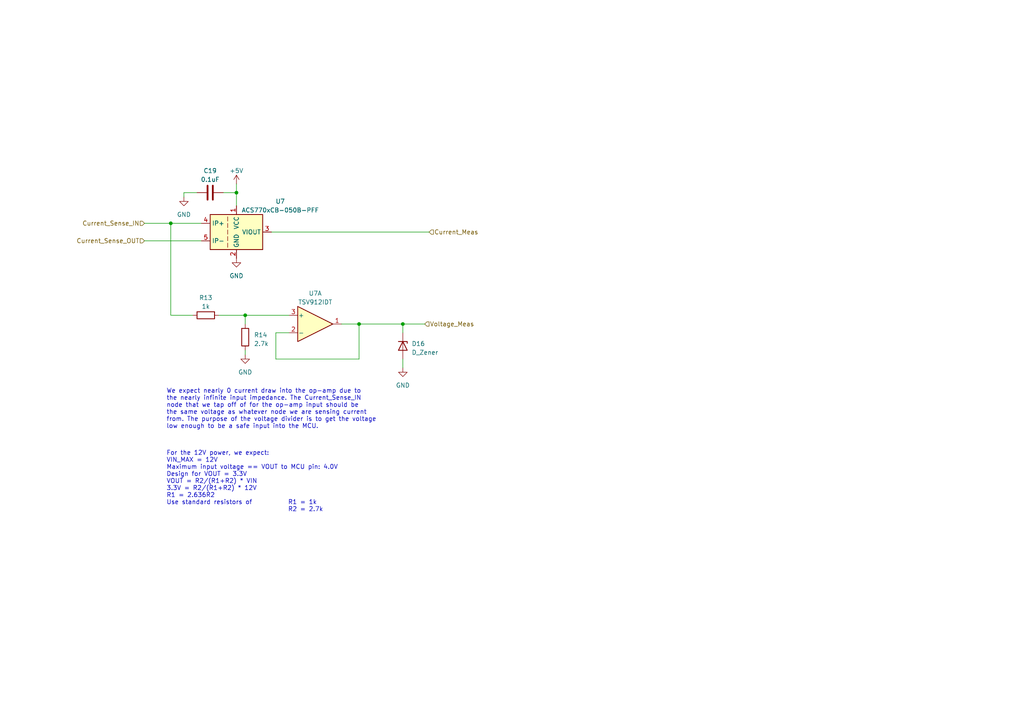
<source format=kicad_sch>
(kicad_sch (version 20230121) (generator eeschema)
  (paper "A4")
  (lib_symbols
    (symbol "Amplifier_Operational:TSV912IDT" (pin_names (offset 0.127))
      (property "Reference" "U" (at 0 5.08 0))
      (property "Value" "TSV912IDT" (at 0 -5.08 0))
      (symbol "TSV912IDT_1_1"
        (polyline (pts (xy -5.08 5.08) (xy 5.08 0) (xy -5.08 -5.08) (xy -5.08 5.08)) (stroke (width 0.254)) (fill (type background)))
        (pin output line (at 7.62 0 180) (length 2.54) (name "~") (number "1"))
        (pin input line (at -7.62 -2.54 0) (length 2.54) (name "-") (number "2"))
        (pin input line (at -7.62 2.54 0) (length 2.54) (name "+") (number "3"))
      )
      (symbol "TSV912IDT_2_1"
        (polyline (pts (xy -5.08 5.08) (xy 5.08 0) (xy -5.08 -5.08) (xy -5.08 5.08)) (stroke (width 0.254)) (fill (type background)))
        (pin input line (at -7.62 2.54 0) (length 2.54) (name "+") (number "5"))
        (pin input line (at -7.62 -2.54 0) (length 2.54) (name "-") (number "6"))
        (pin output line (at 7.62 0 180) (length 2.54) (name "~") (number "7"))
      )
      (symbol "TSV912IDT_3_1"
        (pin power_in line (at -2.54 -7.62 90) (length 3.81) (name "V-") (number "4"))
        (pin power_in line (at -2.54 7.62 270) (length 3.81) (name "V+") (number "8"))
      )
    )
    (symbol "Device:C" (pin_numbers hide) (pin_names (offset 0.254))
      (property "Reference" "C" (at 0.635 2.54 0))
      (property "Value" "C" (at 0.635 -2.54 0))
      (symbol "C_0_1"
        (polyline (pts (xy -2.032 -0.762) (xy 2.032 -0.762)) (stroke (width 0.508)))
        (polyline (pts (xy -2.032 0.762) (xy 2.032 0.762)) (stroke (width 0.508)))
      )
      (symbol "C_1_1"
        (pin passive line (at 0 3.81 270) (length 2.794) (name "~") (number "1"))
        (pin passive line (at 0 -3.81 90) (length 2.794) (name "~") (number "2"))
      )
    )
    (symbol "Device:D_Zener" (pin_numbers hide) (pin_names (offset 1.016) hide)
      (property "Reference" "D" (at 0 2.54 0))
      (property "Value" "D_Zener" (at 0 -2.54 0))
      (symbol "D_Zener_0_1"
        (polyline (pts (xy 1.27 0) (xy -1.27 0)))
        (polyline (pts (xy -1.27 -1.27) (xy -1.27 1.27) (xy -0.762 1.27)) (stroke (width 0.254)))
        (polyline (pts (xy 1.27 -1.27) (xy 1.27 1.27) (xy -1.27 0) (xy 1.27 -1.27)) (stroke (width 0.254)))
      )
      (symbol "D_Zener_1_1"
        (pin passive line (at -3.81 0 0) (length 2.54) (name "K") (number "1"))
        (pin passive line (at 3.81 0 180) (length 2.54) (name "A") (number "2"))
      )
    )
    (symbol "Device:R" (pin_numbers hide) (pin_names (offset 0))
      (property "Reference" "R" (at 2.032 0 90))
      (property "Value" "R" (at 0 0 90))
      (symbol "R_0_1"
        (rectangle (start -1.016 -2.54) (end 1.016 2.54) (stroke (width 0.254)))
      )
      (symbol "R_1_1"
        (pin passive line (at 0 3.81 270) (length 1.27) (name "~") (number "1"))
        (pin passive line (at 0 -3.81 90) (length 1.27) (name "~") (number "2"))
      )
    )
    (symbol "Sensor_Current:ACS770xCB-050B-PFF"
      (property "Reference" "U" (at -7.62 6.35 0))
      (property "Value" "ACS770xCB-050B-PFF" (at 2.54 6.35 0))
      (symbol "ACS770xCB-050B-PFF_0_1"
        (rectangle (start -7.62 5.08) (end 7.62 -5.08) (stroke (width 0.254)) (fill (type background)))
        (polyline (pts (xy -2.54 -3.175) (xy -2.54 -4.445)))
        (polyline (pts (xy -2.54 -1.27) (xy -2.54 -2.54)))
        (polyline (pts (xy -2.54 0.635) (xy -2.54 -0.635)))
        (polyline (pts (xy -2.54 1.27) (xy -2.54 2.54)))
        (polyline (pts (xy -2.54 3.175) (xy -2.54 4.445)))
      )
      (symbol "ACS770xCB-050B-PFF_1_1"
        (pin power_in line (at 0 7.62 270) (length 2.54) (name "VCC") (number "1"))
        (pin power_in line (at 0 -7.62 90) (length 2.54) (name "GND") (number "2"))
        (pin output line (at 10.16 0 180) (length 2.54) (name "VIOUT") (number "3"))
        (pin passive line (at -10.16 2.54 0) (length 2.54) (name "IP+") (number "4"))
        (pin passive line (at -10.16 -2.54 0) (length 2.54) (name "IP-") (number "5"))
      )
    )
    (symbol "power:+5V" (power) (pin_names (offset 0))
      (property "Value" "+5V" (at 0 3.556 0))
      (symbol "+5V_0_1"
        (polyline (pts (xy -0.762 1.27) (xy 0 2.54)))
        (polyline (pts (xy 0 0) (xy 0 2.54)))
        (polyline (pts (xy 0 2.54) (xy 0.762 1.27)))
      )
      (symbol "+5V_1_1"
        (pin power_in line (at 0 0 90) (length 0) hide (name "+5V") (number "1"))
      )
    )
    (symbol "power:GND" (power) (pin_names (offset 0))
      (property "Value" "GND" (at 0 -3.81 0))
      (symbol "GND_0_1"
        (polyline (pts (xy 0 0) (xy 0 -1.27) (xy 1.27 -1.27) (xy 0 -2.54) (xy -1.27 -1.27) (xy 0 -1.27)))
      )
      (symbol "GND_1_1"
        (pin power_in line (at 0 0 270) (length 0) hide (name "GND") (number "1"))
      )
    )
  )
  (junction (at 71.12 91.44))
  (junction (at 49.53 64.77))
  (junction (at 104.14 93.98))
  (junction (at 116.84 93.98))
  (junction (at 68.58 55.88))
  (wire (pts (xy 71.12 91.44) (xy 71.12 93.98)))
  (wire (pts (xy 116.84 104.14) (xy 116.84 106.68)))
  (wire (pts (xy 104.14 93.98) (xy 99.06 93.98)))
  (wire (pts (xy 104.14 104.14) (xy 104.14 93.98)))
  (wire (pts (xy 68.58 55.88) (xy 68.58 59.69)))
  (wire (pts (xy 104.14 93.98) (xy 116.84 93.98)))
  (wire (pts (xy 41.91 64.77) (xy 49.53 64.77)))
  (wire (pts (xy 53.34 55.88) (xy 53.34 57.15)))
  (wire (pts (xy 49.53 91.44) (xy 55.88 91.44)))
  (wire (pts (xy 78.74 67.31) (xy 124.46 67.31)))
  (wire (pts (xy 71.12 91.44) (xy 83.82 91.44)))
  (wire (pts (xy 58.42 69.85) (xy 41.91 69.85)))
  (wire (pts (xy 83.82 96.52) (xy 80.01 96.52)))
  (wire (pts (xy 57.15 55.88) (xy 53.34 55.88)))
  (wire (pts (xy 63.5 91.44) (xy 71.12 91.44)))
  (wire (pts (xy 116.84 93.98) (xy 116.84 96.52)))
  (wire (pts (xy 49.53 64.77) (xy 49.53 91.44)))
  (wire (pts (xy 64.77 55.88) (xy 68.58 55.88)))
  (wire (pts (xy 80.01 96.52) (xy 80.01 104.14)))
  (wire (pts (xy 68.58 53.34) (xy 68.58 55.88)))
  (wire (pts (xy 80.01 104.14) (xy 104.14 104.14)))
  (wire (pts (xy 116.84 93.98) (xy 123.19 93.98)))
  (wire (pts (xy 49.53 64.77) (xy 58.42 64.77)))
  (wire (pts (xy 71.12 101.6) (xy 71.12 102.87)))
  (text "For the 12V power, we expect:\nVIN_MAX = 12V\nMaximum input voltage == VOUT to MCU pin: 4.0V\nDesign for VOUT = 3.3V\nVOUT = R2/(R1+R2) * VIN\n3.3V = R2/(R1+R2) * 12V\nR1 = 2.636R2\nUse standard resistors of 	R1 = 1k\n							R2 = 2.7k" (at 48.26 148.59 0) (effects (font (size 1.27 1.27)) (justify left bottom)))
  (text "We expect nearly 0 current draw into the op-amp due to\nthe nearly infinite input impedance. The Current_Sense_IN\nnode that we tap off of for the op-amp input should be\nthe same voltage as whatever node we are sensing current\nfrom. The purpose of the voltage divider is to get the voltage\nlow enough to be a safe input into the MCU." (at 48.26 124.46 0) (effects (font (size 1.27 1.27)) (justify left bottom)))
  (hierarchical_label "Current_Sense_OUT" (shape input) (at 41.91 69.85 180))
  (hierarchical_label "Current_Meas" (shape input) (at 124.46 67.31 0))
  (hierarchical_label "Current_Sense_IN" (shape input) (at 41.91 64.77 180))
  (hierarchical_label "Voltage_Meas" (shape input) (at 123.19 93.98 0))
  (symbol (lib_id "power:+5V") (at 68.58 53.34 0) (unit 1)
    (property "Reference" "#PWR026" (effects hide))
    (property "Value" "+5V" (at 68.58 49.53 0))
    (instances (project "FCBoard" (path "" (reference "#PWR026") (unit 1)) (path "" (reference "#PWR036") (unit 1)) (path "" (reference "#PWR031") (unit 1))))
  )
  (symbol (lib_id "power:GND") (at 71.12 102.87 0) (unit 1)
    (property "Reference" "#PWR028" (effects hide))
    (property "Value" "GND" (at 71.12 107.95 0))
    (instances (project "FCBoard" (path "" (reference "#PWR028") (unit 1)) (path "" (reference "#PWR038") (unit 1)) (path "" (reference "#PWR033") (unit 1))))
  )
  (symbol (lib_id "Amplifier_Operational:TSV912IDT") (at 91.44 93.98 0) (unit 1)
    (property "Reference" "U7" (at 91.44 85.09 0))
    (property "Value" "TSV912IDT" (at 91.44 87.63 0))
    (property "Datasheet" "www.st.com/resource/en/datasheet/tsv911.pdf" (effects hide))
    (instances (project "FCBoard" (path "" (reference "U7") (unit 1)) (path "" (reference "U12") (unit 1)) (path "" (reference "U10") (unit 1))))
  )
  (symbol (lib_id "Device:R") (at 71.12 97.79 0) (unit 1)
    (property "Reference" "R14" (at 73.66 97.155 0) (effects (justify left)))
    (property "Value" "2.7k" (at 73.66 99.695 0) (effects (justify left)))
    (instances (project "FCBoard" (path "" (reference "R14") (unit 1)) (path "" (reference "R18") (unit 1)) (path "" (reference "R16") (unit 1))))
  )
  (symbol (lib_id "power:GND") (at 116.84 106.68 0) (unit 1)
    (property "Reference" "#PWR029" (effects hide))
    (property "Value" "GND" (at 116.84 111.76 0))
    (instances (project "FCBoard" (path "" (reference "#PWR029") (unit 1)) (path "" (reference "#PWR039") (unit 1)) (path "" (reference "#PWR034") (unit 1))))
  )
  (symbol (lib_id "power:GND") (at 53.34 57.15 0) (unit 1)
    (property "Reference" "#PWR027" (effects hide))
    (property "Value" "GND" (at 53.34 62.23 0))
    (instances (project "FCBoard" (path "" (reference "#PWR027") (unit 1)) (path "" (reference "#PWR035") (unit 1)) (path "" (reference "#PWR030") (unit 1))))
  )
  (symbol (lib_id "power:GND") (at 68.58 74.93 0) (unit 1)
    (property "Reference" "#PWR025" (effects hide))
    (property "Value" "GND" (at 68.58 80.01 0))
    (instances (project "FCBoard" (path "" (reference "#PWR025") (unit 1)) (path "" (reference "#PWR037") (unit 1)) (path "" (reference "#PWR032") (unit 1))))
  )
  (symbol (lib_id "Device:R") (at 59.69 91.44 270) (unit 1)
    (property "Reference" "R13" (at 59.69 86.36 90))
    (property "Value" "1k" (at 59.69 88.9 90))
    (instances (project "FCBoard" (path "" (reference "R13") (unit 1)) (path "" (reference "R17") (unit 1)) (path "" (reference "R15") (unit 1))))
  )
  (symbol (lib_id "Device:D_Zener") (at 116.84 100.33 270) (unit 1)
    (property "Reference" "D16" (at 119.38 99.695 90) (effects (justify left)))
    (property "Value" "D_Zener" (at 119.38 102.235 90) (effects (justify left)))
    (instances (project "FCBoard" (path "" (reference "D16") (unit 1)) (path "" (reference "D18") (unit 1)) (path "" (reference "D17") (unit 1))))
  )
  (symbol (lib_id "Sensor_Current:ACS770xCB-050B-PFF") (at 68.58 67.31 0) (unit 1)
    (property "Reference" "U7" (at 81.28 58.42 0))
    (property "Value" "ACS770xCB-050B-PFF" (at 81.28 60.96 0))
    (property "Footprint" "Sensor_Current:Allegro_CB_PFF" (effects hide))
    (property "Datasheet" "http://www.allegromicro.com/~/media/Files/Datasheets/ACS758-Datasheet.ashx?la=en" (effects hide))
    (instances (project "FCBoard" (path "" (reference "U7") (unit 1)) (path "" (reference "U8") (unit 1)) (path "" (reference "U11") (unit 1)) (path "" (reference "U9") (unit 1))))
  )
  (symbol (lib_id "Device:C") (at 60.96 55.88 90) (unit 1)
    (property "Reference" "C19" (at 60.96 49.53 90))
    (property "Value" "0.1uF" (at 60.96 52.07 90))
    (instances (project "FCBoard" (path "" (reference "C19") (unit 1)) (path "" (reference "C21") (unit 1)) (path "" (reference "C20") (unit 1))))
  )
)
</source>
